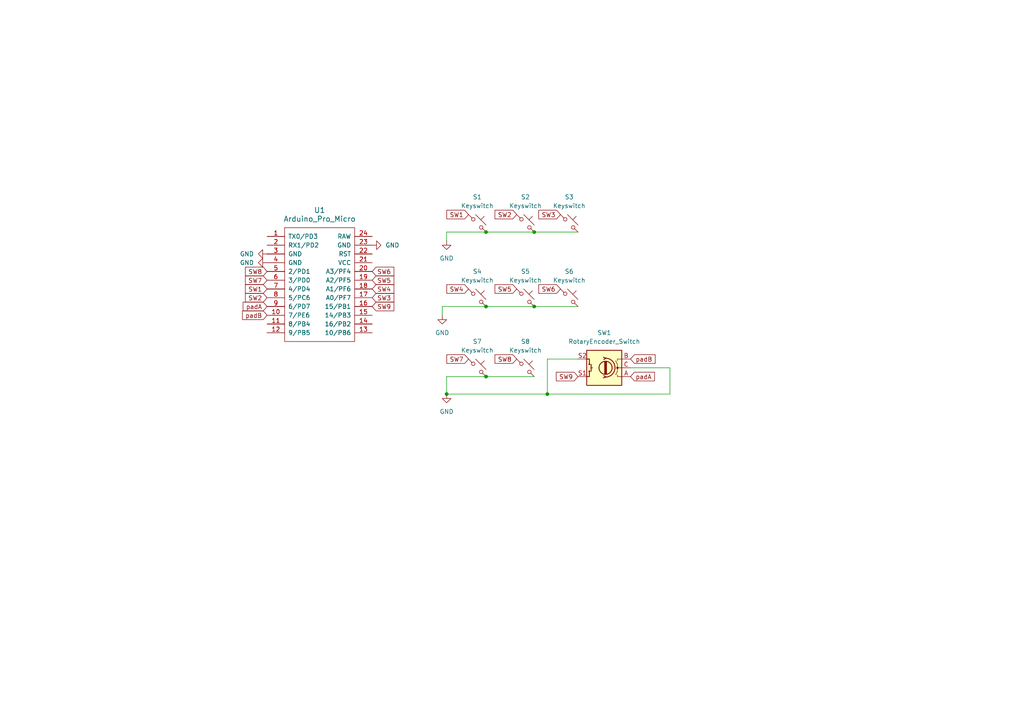
<source format=kicad_sch>
(kicad_sch (version 20231120) (generator "eeschema") (generator_version "8.0")
  (paper "A4")
  (lib_symbols
    (symbol "Device:RotaryEncoder_Switch" (pin_names (offset 0.254) hide)
      (property "Reference" "SW" (at 0 6.604 0))
      (property "Value" "RotaryEncoder_Switch" (at 0 -6.604 0))
      (symbol "RotaryEncoder_Switch_0_1"
        (rectangle (start -5.08 5.08) (end 5.08 -5.08) (stroke (width 0.254)) (fill (type background)))
        (circle (center -3.81 0) (radius 0.254) (fill (type outline)))
        (circle (center -0.381 0) (radius 1.905) (stroke (width 0.254)))
        (arc (start -0.381 2.667) (mid -3.0988 -0.0635) (end -0.381 -2.794) (stroke (width 0.254)))
        (polyline (pts (xy -0.635 -1.778) (xy -0.635 1.778)) (stroke (width 0.254)))
        (polyline (pts (xy -0.381 -1.778) (xy -0.381 1.778)) (stroke (width 0.254)))
        (polyline (pts (xy -0.127 1.778) (xy -0.127 -1.778)) (stroke (width 0.254)))
        (polyline (pts (xy 3.81 0) (xy 3.429 0)) (stroke (width 0.254)))
        (polyline (pts (xy 3.81 1.016) (xy 3.81 -1.016)) (stroke (width 0.254)))
        (polyline (pts (xy -5.08 -2.54) (xy -3.81 -2.54) (xy -3.81 -2.032)))
        (polyline (pts (xy -5.08 2.54) (xy -3.81 2.54) (xy -3.81 2.032)))
        (polyline (pts (xy 0.254 -3.048) (xy -0.508 -2.794) (xy 0.127 -2.413)) (stroke (width 0.254)))
        (polyline (pts (xy 0.254 2.921) (xy -0.508 2.667) (xy 0.127 2.286)) (stroke (width 0.254)))
        (polyline (pts (xy 5.08 -2.54) (xy 4.318 -2.54) (xy 4.318 -1.016)) (stroke (width 0.254)))
        (polyline (pts (xy 5.08 2.54) (xy 4.318 2.54) (xy 4.318 1.016)) (stroke (width 0.254)))
        (polyline (pts (xy -5.08 0) (xy -3.81 0) (xy -3.81 -1.016) (xy -3.302 -2.032)))
        (polyline (pts (xy -4.318 0) (xy -3.81 0) (xy -3.81 1.016) (xy -3.302 2.032)))
        (circle (center 4.318 -1.016) (radius 0.127) (stroke (width 0.254)))
        (circle (center 4.318 1.016) (radius 0.127) (stroke (width 0.254)))
      )
      (symbol "RotaryEncoder_Switch_1_1"
        (pin passive line (at -7.62 2.54 0) (length 2.54) (name "A") (number "A"))
        (pin passive line (at -7.62 -2.54 0) (length 2.54) (name "B") (number "B"))
        (pin passive line (at -7.62 0 0) (length 2.54) (name "C") (number "C"))
        (pin passive line (at 7.62 2.54 180) (length 2.54) (name "S1") (number "S1"))
        (pin passive line (at 7.62 -2.54 180) (length 2.54) (name "S2") (number "S2"))
      )
    )
    (symbol "ScottoKeebs:MCU_Arduino_Pro_Micro" (pin_names (offset 1.016))
      (property "Reference" "U" (at 0 0 0))
      (property "Value" "Arduino_Pro_Micro" (at 0 -19.05 0))
      (symbol "MCU_Arduino_Pro_Micro_0_1"
        (rectangle (start -10.16 16.51) (end 10.16 -16.51))
      )
      (symbol "MCU_Arduino_Pro_Micro_1_1"
        (pin input line (at -15.24 13.97 0) (length 5.08) (name "TX0/PD3") (number "1"))
        (pin input line (at -15.24 -8.89 0) (length 5.08) (name "7/PE6") (number "10"))
        (pin input line (at -15.24 -11.43 0) (length 5.08) (name "8/PB4") (number "11"))
        (pin input line (at -15.24 -13.97 0) (length 5.08) (name "9/PB5") (number "12"))
        (pin input line (at 15.24 -13.97 180) (length 5.08) (name "10/PB6") (number "13"))
        (pin input line (at 15.24 -11.43 180) (length 5.08) (name "16/PB2") (number "14"))
        (pin input line (at 15.24 -8.89 180) (length 5.08) (name "14/PB3") (number "15"))
        (pin input line (at 15.24 -6.35 180) (length 5.08) (name "15/PB1") (number "16"))
        (pin input line (at 15.24 -3.81 180) (length 5.08) (name "A0/PF7") (number "17"))
        (pin input line (at 15.24 -1.27 180) (length 5.08) (name "A1/PF6") (number "18"))
        (pin input line (at 15.24 1.27 180) (length 5.08) (name "A2/PF5") (number "19"))
        (pin input line (at -15.24 11.43 0) (length 5.08) (name "RX1/PD2") (number "2"))
        (pin input line (at 15.24 3.81 180) (length 5.08) (name "A3/PF4") (number "20"))
        (pin input line (at 15.24 6.35 180) (length 5.08) (name "VCC") (number "21"))
        (pin input line (at 15.24 8.89 180) (length 5.08) (name "RST") (number "22"))
        (pin input line (at 15.24 11.43 180) (length 5.08) (name "GND") (number "23"))
        (pin input line (at 15.24 13.97 180) (length 5.08) (name "RAW") (number "24"))
        (pin input line (at -15.24 8.89 0) (length 5.08) (name "GND") (number "3"))
        (pin input line (at -15.24 6.35 0) (length 5.08) (name "GND") (number "4"))
        (pin input line (at -15.24 3.81 0) (length 5.08) (name "2/PD1") (number "5"))
        (pin input line (at -15.24 1.27 0) (length 5.08) (name "3/PD0") (number "6"))
        (pin input line (at -15.24 -1.27 0) (length 5.08) (name "4/PD4") (number "7"))
        (pin input line (at -15.24 -3.81 0) (length 5.08) (name "5/PC6") (number "8"))
        (pin input line (at -15.24 -6.35 0) (length 5.08) (name "6/PD7") (number "9"))
      )
    )
    (symbol "ScottoKeebs:Placeholder_Keyswitch" (pin_numbers hide) (pin_names (offset 1.016) hide)
      (property "Reference" "S" (at 3.048 1.016 0))
      (property "Value" "Keyswitch" (at 0 -3.81 0))
      (symbol "Placeholder_Keyswitch_0_1"
        (circle (center -1.1684 1.1684) (radius 0.508))
        (polyline (pts (xy -0.508 2.54) (xy 2.54 -0.508)))
        (polyline (pts (xy 1.016 1.016) (xy 2.032 2.032)))
        (polyline (pts (xy -2.54 2.54) (xy -1.524 1.524) (xy -1.524 1.524)))
        (polyline (pts (xy 1.524 -1.524) (xy 2.54 -2.54) (xy 2.54 -2.54) (xy 2.54 -2.54)))
        (circle (center 1.143 -1.1938) (radius 0.508))
        (pin passive line (at -2.54 2.54 0) (length 0) (name "1") (number "1"))
        (pin passive line (at 2.54 -2.54 180) (length 0) (name "2") (number "2"))
      )
    )
    (symbol "power:GND" (power) (pin_numbers hide) (pin_names (offset 0) hide)
      (property "Value" "GND" (at 0 -3.81 0))
      (symbol "GND_0_1"
        (polyline (pts (xy 0 0) (xy 0 -1.27) (xy 1.27 -1.27) (xy 0 -2.54) (xy -1.27 -1.27) (xy 0 -1.27)))
      )
      (symbol "GND_1_1"
        (pin power_in line (at 0 0 270) (length 0) (name "~") (number "1"))
      )
    )
  )
  (junction (at 154.94 88.9))
  (junction (at 154.94 67.31))
  (junction (at 140.97 88.9))
  (junction (at 140.97 67.31))
  (junction (at 140.97 109.22))
  (junction (at 129.54 114.3))
  (junction (at 158.75 114.3))
  (wire (pts (xy 129.54 109.22) (xy 129.54 114.3)))
  (wire (pts (xy 128.27 88.9) (xy 128.27 91.44)))
  (wire (pts (xy 158.75 114.3) (xy 129.54 114.3)))
  (wire (pts (xy 167.64 88.9) (xy 154.94 88.9)))
  (wire (pts (xy 154.94 88.9) (xy 140.97 88.9)))
  (wire (pts (xy 194.31 106.68) (xy 194.31 114.3)))
  (wire (pts (xy 154.94 109.22) (xy 140.97 109.22)))
  (wire (pts (xy 140.97 109.22) (xy 129.54 109.22)))
  (wire (pts (xy 167.64 67.31) (xy 154.94 67.31)))
  (wire (pts (xy 158.75 114.3) (xy 194.31 114.3)))
  (wire (pts (xy 140.97 67.31) (xy 129.54 67.31)))
  (wire (pts (xy 158.75 104.14) (xy 158.75 114.3)))
  (wire (pts (xy 129.54 67.31) (xy 129.54 69.85)))
  (wire (pts (xy 182.88 106.68) (xy 194.31 106.68)))
  (wire (pts (xy 154.94 67.31) (xy 140.97 67.31)))
  (wire (pts (xy 167.64 104.14) (xy 158.75 104.14)))
  (wire (pts (xy 140.97 88.9) (xy 128.27 88.9)))
  (global_label "SW3" (shape input) (at 162.56 62.23 180) (property "Intersheetrefs" "${INTERSHEET_REFS}" (effects (hide yes))))
  (global_label "SW2" (shape input) (at 149.86 62.23 180) (property "Intersheetrefs" "${INTERSHEET_REFS}" (effects (hide yes))))
  (global_label "SW8" (shape input) (at 149.86 104.14 180) (property "Intersheetrefs" "${INTERSHEET_REFS}" (effects (hide yes))))
  (global_label "SW7" (shape input) (at 77.47 81.28 180) (property "Intersheetrefs" "${INTERSHEET_REFS}" (effects (hide yes))))
  (global_label "SW1" (shape input) (at 77.47 83.82 180) (property "Intersheetrefs" "${INTERSHEET_REFS}" (effects (hide yes))))
  (global_label "padB" (shape input) (at 182.88 104.14 0) (property "Intersheetrefs" "${INTERSHEET_REFS}" (effects (hide yes))))
  (global_label "SW9" (shape input) (at 107.95 88.9 0) (property "Intersheetrefs" "${INTERSHEET_REFS}" (effects (hide yes))))
  (global_label "SW3" (shape input) (at 107.95 86.36 0) (property "Intersheetrefs" "${INTERSHEET_REFS}" (effects (hide yes))))
  (global_label "padA" (shape input) (at 77.47 88.9 180) (property "Intersheetrefs" "${INTERSHEET_REFS}" (effects (hide yes))))
  (global_label "SW5" (shape input) (at 149.86 83.82 180) (property "Intersheetrefs" "${INTERSHEET_REFS}" (effects (hide yes))))
  (global_label "SW7" (shape input) (at 135.89 104.14 180) (property "Intersheetrefs" "${INTERSHEET_REFS}" (effects (hide yes))))
  (global_label "SW9" (shape input) (at 167.64 109.22 180) (property "Intersheetrefs" "${INTERSHEET_REFS}" (effects (hide yes))))
  (global_label "SW6" (shape input) (at 162.56 83.82 180) (property "Intersheetrefs" "${INTERSHEET_REFS}" (effects (hide yes))))
  (global_label "padB" (shape input) (at 77.47 91.44 180) (property "Intersheetrefs" "${INTERSHEET_REFS}" (effects (hide yes))))
  (global_label "padA" (shape input) (at 182.88 109.22 0) (property "Intersheetrefs" "${INTERSHEET_REFS}" (effects (hide yes))))
  (global_label "SW1" (shape input) (at 135.89 62.23 180) (property "Intersheetrefs" "${INTERSHEET_REFS}" (effects (hide yes))))
  (global_label "SW8" (shape input) (at 77.47 78.74 180) (property "Intersheetrefs" "${INTERSHEET_REFS}" (effects (hide yes))))
  (global_label "SW4" (shape input) (at 107.95 83.82 0) (property "Intersheetrefs" "${INTERSHEET_REFS}" (effects (hide yes))))
  (global_label "SW4" (shape input) (at 135.89 83.82 180) (property "Intersheetrefs" "${INTERSHEET_REFS}" (effects (hide yes))))
  (global_label "SW5" (shape input) (at 107.95 81.28 0) (property "Intersheetrefs" "${INTERSHEET_REFS}" (effects (hide yes))))
  (global_label "SW6" (shape input) (at 107.95 78.74 0) (property "Intersheetrefs" "${INTERSHEET_REFS}" (effects (hide yes))))
  (global_label "SW2" (shape input) (at 77.47 86.36 180) (property "Intersheetrefs" "${INTERSHEET_REFS}" (effects (hide yes))))
  (symbol (lib_id "power:GND") (at 77.47 76.2 270) (unit 1)
    (property "Reference" "#PWR06" (effects (hide yes)))
    (property "Value" "GND" (at 73.66 76.1999 90) (effects (justify right)))
    (property "Description" "Power symbol creates a global label with name \"GND\" , ground" (effects (hide yes)))
  )
  (symbol (lib_id "ScottoKeebs:Placeholder_Keyswitch") (at 165.1 64.77 0) (unit 1)
    (property "Reference" "S3" (at 165.1 57.15 0))
    (property "Value" "Keyswitch" (at 165.1 59.69 0))
    (property "Footprint" "ScottoKeebs_MX:MX_PCB_1.00u" (effects (hide yes)))
    (property "Description" "Push button switch, normally open, two pins, 45° tilted" (effects (hide yes)))
  )
  (symbol (lib_id "Device:RotaryEncoder_Switch") (at 175.26 106.68 180) (unit 1)
    (property "Reference" "SW1" (at 175.26 96.52 0))
    (property "Value" "RotaryEncoder_Switch" (at 175.26 99.06 0))
    (property "Footprint" "Rotary_Encoder:RotaryEncoder_Alps_EC11E-Switch_Vertical_H20mm" (effects (hide yes)))
    (property "Description" "Rotary encoder, dual channel, incremental quadrate outputs, with switch" (effects (hide yes)))
  )
  (symbol (lib_id "ScottoKeebs:Placeholder_Keyswitch") (at 138.43 64.77 0) (unit 1)
    (property "Reference" "S1" (at 138.43 57.15 0))
    (property "Value" "Keyswitch" (at 138.43 59.69 0))
    (property "Footprint" "ScottoKeebs_MX:MX_PCB_1.00u" (effects (hide yes)))
    (property "Description" "Push button switch, normally open, two pins, 45° tilted" (effects (hide yes)))
  )
  (symbol (lib_id "power:GND") (at 128.27 91.44 0) (unit 1)
    (property "Reference" "#PWR02" (effects (hide yes)))
    (property "Value" "GND" (at 128.27 96.52 0))
    (property "Description" "Power symbol creates a global label with name \"GND\" , ground" (effects (hide yes)))
  )
  (symbol (lib_id "ScottoKeebs:Placeholder_Keyswitch") (at 152.4 86.36 0) (unit 1)
    (property "Reference" "S5" (at 152.4 78.74 0))
    (property "Value" "Keyswitch" (at 152.4 81.28 0))
    (property "Footprint" "ScottoKeebs_MX:MX_PCB_1.00u" (effects (hide yes)))
    (property "Description" "Push button switch, normally open, two pins, 45° tilted" (effects (hide yes)))
  )
  (symbol (lib_id "ScottoKeebs:Placeholder_Keyswitch") (at 138.43 106.68 0) (unit 1)
    (property "Reference" "S7" (at 138.43 99.06 0))
    (property "Value" "Keyswitch" (at 138.43 101.6 0))
    (property "Footprint" "ScottoKeebs_MX:MX_PCB_1.00u" (effects (hide yes)))
    (property "Description" "Push button switch, normally open, two pins, 45° tilted" (effects (hide yes)))
  )
  (symbol (lib_id "ScottoKeebs:Placeholder_Keyswitch") (at 152.4 106.68 0) (unit 1)
    (property "Reference" "S8" (at 152.4 99.06 0))
    (property "Value" "Keyswitch" (at 152.4 101.6 0))
    (property "Footprint" "ScottoKeebs_MX:MX_PCB_1.00u" (effects (hide yes)))
    (property "Description" "Push button switch, normally open, two pins, 45° tilted" (effects (hide yes)))
  )
  (symbol (lib_id "ScottoKeebs:Placeholder_Keyswitch") (at 165.1 86.36 0) (unit 1)
    (property "Reference" "S6" (at 165.1 78.74 0))
    (property "Value" "Keyswitch" (at 165.1 81.28 0))
    (property "Footprint" "ScottoKeebs_MX:MX_PCB_1.00u" (effects (hide yes)))
    (property "Description" "Push button switch, normally open, two pins, 45° tilted" (effects (hide yes)))
  )
  (symbol (lib_id "power:GND") (at 107.95 71.12 90) (unit 1)
    (property "Reference" "#PWR04" (effects (hide yes)))
    (property "Value" "GND" (at 111.76 71.1199 90) (effects (justify right)))
    (property "Description" "Power symbol creates a global label with name \"GND\" , ground" (effects (hide yes)))
  )
  (symbol (lib_id "ScottoKeebs:Placeholder_Keyswitch") (at 152.4 64.77 0) (unit 1)
    (property "Reference" "S2" (at 152.4 57.15 0))
    (property "Value" "Keyswitch" (at 152.4 59.69 0))
    (property "Footprint" "ScottoKeebs_MX:MX_PCB_1.00u" (effects (hide yes)))
    (property "Description" "Push button switch, normally open, two pins, 45° tilted" (effects (hide yes)))
  )
  (symbol (lib_id "power:GND") (at 77.47 73.66 270) (unit 1)
    (property "Reference" "#PWR05" (effects (hide yes)))
    (property "Value" "GND" (at 73.66 73.6599 90) (effects (justify right)))
    (property "Description" "Power symbol creates a global label with name \"GND\" , ground" (effects (hide yes)))
  )
  (symbol (lib_id "ScottoKeebs:MCU_Arduino_Pro_Micro") (at 92.71 82.55 0) (unit 1)
    (property "Reference" "U1" (at 92.71 60.96 0) (effects (font (size 1.524 1.524))))
    (property "Value" "Arduino_Pro_Micro" (at 92.71 63.5 0) (effects (font (size 1.524 1.524))))
    (property "Footprint" "ScottoKeebs_MCU:Arduino_Pro_Micro" (effects (hide yes)))
  )
  (symbol (lib_id "power:GND") (at 129.54 69.85 0) (unit 1)
    (property "Reference" "#PWR01" (effects (hide yes)))
    (property "Value" "GND" (at 129.54 74.93 0))
    (property "Description" "Power symbol creates a global label with name \"GND\" , ground" (effects (hide yes)))
  )
  (symbol (lib_id "power:GND") (at 129.54 114.3 0) (unit 1)
    (property "Reference" "#PWR03" (effects (hide yes)))
    (property "Value" "GND" (at 129.54 119.38 0))
    (property "Description" "Power symbol creates a global label with name \"GND\" , ground" (effects (hide yes)))
  )
  (symbol (lib_id "ScottoKeebs:Placeholder_Keyswitch") (at 138.43 86.36 0) (unit 1)
    (property "Reference" "S4" (at 138.43 78.74 0))
    (property "Value" "Keyswitch" (at 138.43 81.28 0))
    (property "Footprint" "ScottoKeebs_MX:MX_PCB_1.00u" (effects (hide yes)))
    (property "Description" "Push button switch, normally open, two pins, 45° tilted" (effects (hide yes)))
  )
)
</source>
